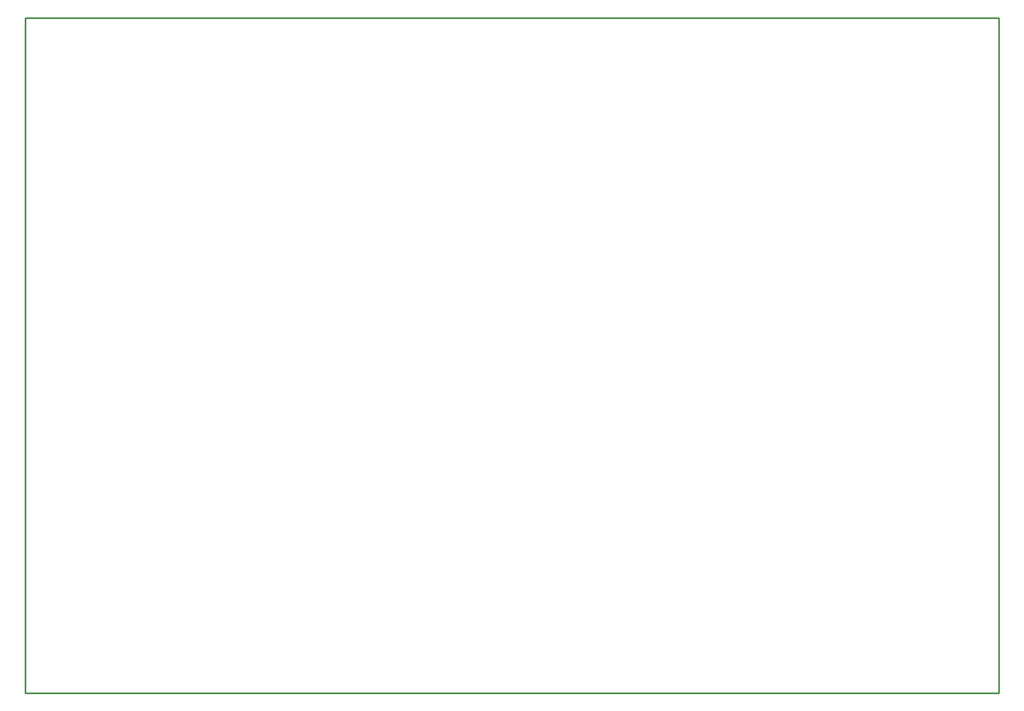
<source format=gko>
G04 Layer_Color=16711935*
%FSLAX44Y44*%
%MOMM*%
G71*
G01*
G75*
%ADD14C,0.2540*%
D14*
X250000Y250000D02*
Y1270000D01*
X1720000D01*
Y250000D01*
X250000D01*
M02*

</source>
